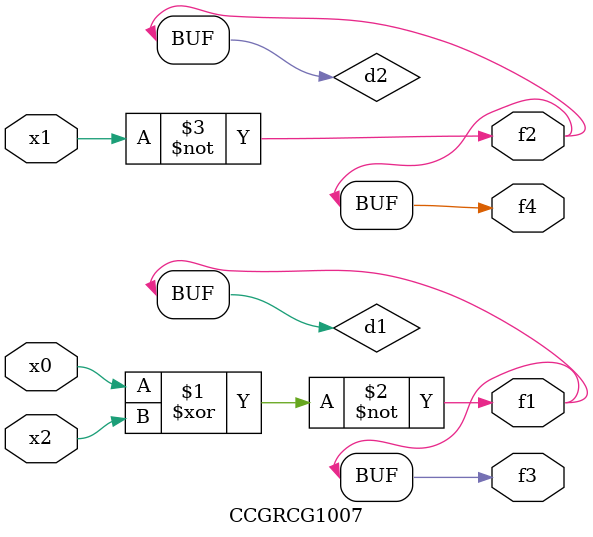
<source format=v>
module CCGRCG1007(
	input x0, x1, x2,
	output f1, f2, f3, f4
);

	wire d1, d2, d3;

	xnor (d1, x0, x2);
	nand (d2, x1);
	nor (d3, x1, x2);
	assign f1 = d1;
	assign f2 = d2;
	assign f3 = d1;
	assign f4 = d2;
endmodule

</source>
